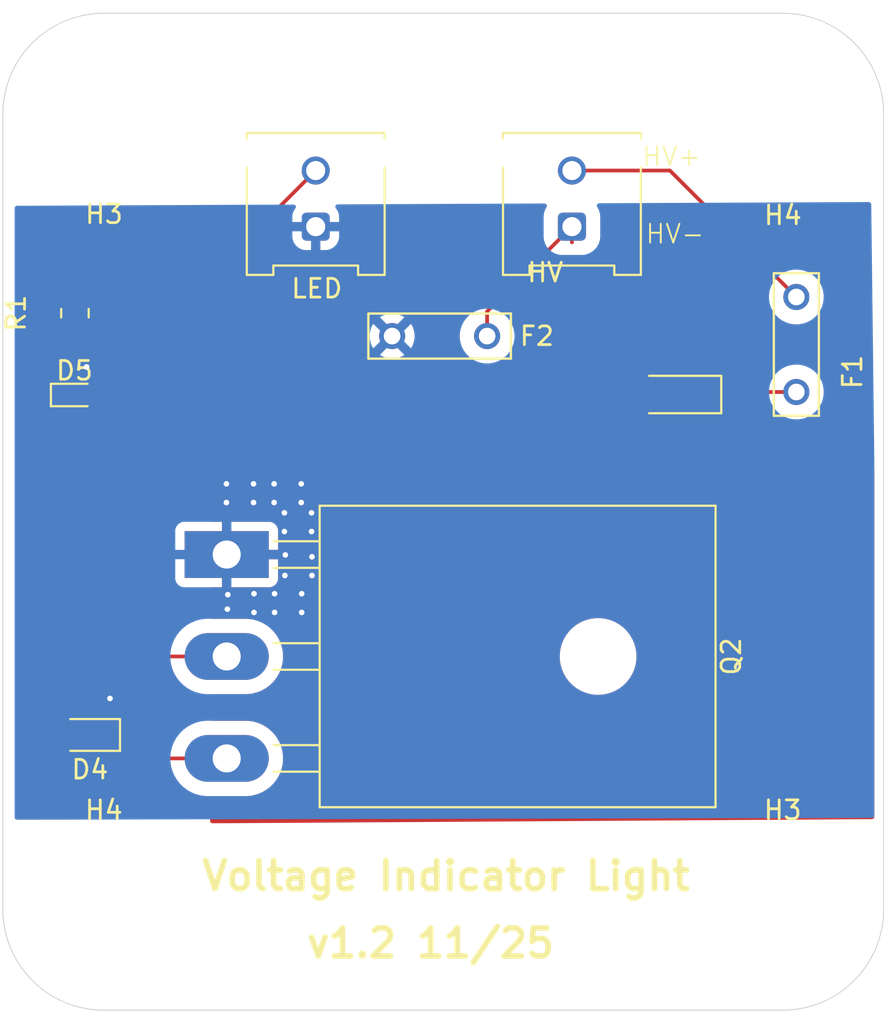
<source format=kicad_pcb>
(kicad_pcb (version 20241229) (generator "pcbnew") (generator_version "9.0")
  (layers (0 "F.Cu" signal) (2 "B.Cu" signal) (13 "F.Paste" user) (15 "B.Paste" user) (5 "F.SilkS" user "F.Silkscreen") (7 "B.SilkS" user "B.Silkscreen") (1 "F.Mask" user) (3 "B.Mask" user) (25 "Edge.Cuts" user))
  (net 0 "")
  (net 1 "/LED+")
  (net 2 "Net-(D3-A)")
  (net 3 "/HV+_fused")
  (net 4 "/HV+")
  (net 5 "/HV-")
  (net 6 "Net-(D4-A2)")
  (net 7 "/HV-_fused")
  (footprint "Diode_SMD:D_SOD-323" (layer "F.Cu") (at 117.925 106.675 180)
    (property "Reference" "D4" (at 0 -1.85 0) (layer "F.SilkS"))
    (property "Value" "PESD12VL1BA")
    (fp_line (start -1.61 0.85) (end 1.05 0.85) (stroke (width 0.12)) (layer "F.SilkS"))
    (fp_line (start -1.61 -0.85) (end 1.05 -0.85) (stroke (width 0.12)) (layer "F.SilkS"))
    (fp_line (start -1.61 -0.85) (end -1.61 0.85) (stroke (width 0.12)) (layer "F.SilkS"))
    (pad "1" smd roundrect (at -1.05 0 180) (size 0.6 0.45) (layers "F.Cu" "F.Mask" "F.Paste") (net 7 "/HV-_fused"))
    (pad "2" smd roundrect (at 1.05 0 180) (size 0.6 0.45) (layers "F.Cu" "F.Mask" "F.Paste") (net 6 "Net-(D4-A2)"))
  )
  (footprint "MountingHole:MountingHole_4.3mm_M4" (layer "F.Cu") (at 118.679999 73.53 180)
    (property "Reference" "H3" (at 0 -5.3 0) (layer "F.SilkS"))
    (property "Value" "MountingHole")
    (pad "" np_thru_hole circle (at 0 0 180) (size 4.3 4.3) (drill 4.3) (layers "*.Cu" "*.Mask"))
  )
  (footprint "Library:FUSE_BK_PCS" (layer "F.Cu") (at 155.7 85.8 -90)
    (property "Reference" "F1" (at 1.47 -3 90) (layer "F.SilkS"))
    (property "Value" "750mA" (hide yes))
    (fp_line (start -3.81 1.205) (end -3.81 -1.205) (stroke (width 0.127)) (layer "F.SilkS"))
    (fp_line (start 3.81 1.205) (end -3.81 1.205) (stroke (width 0.127)) (layer "F.SilkS"))
    (fp_line (start -3.81 -1.205) (end 3.81 -1.205) (stroke (width 0.127)) (layer "F.SilkS"))
    (fp_line (start 3.81 -1.205) (end 3.81 1.205) (stroke (width 0.127)) (layer "F.SilkS"))
    (pad "1" thru_hole circle (at -2.54 0 270) (size 1.397 1.397) (drill 0.889) (layers "*.Cu" "*.Mask") (net 4 "/HV+"))
    (pad "2" thru_hole circle (at 2.54 0 270) (size 1.397 1.397) (drill 0.889) (layers "*.Cu" "*.Mask") (net 3 "/HV+_fused"))
  )
  (footprint "MountingHole:MountingHole_4.3mm_M4" (layer "F.Cu") (at 118.669999 115.990001)
    (property "Reference" "H4" (at 0 -5.3 0) (layer "F.SilkS"))
    (property "Value" "MountingHole")
    (pad "" np_thru_hole circle (at 0 0) (size 4.3 4.3) (drill 4.3) (layers "*.Cu" "*.Mask"))
  )
  (footprint "Resistor_SMD:R_0805_2012Metric_Pad1.20x1.40mm_HandSolder" (layer "F.Cu") (at 117.125 84.125 90)
    (property "Reference" "R1" (at 0 -3.15 90) (layer "F.SilkS"))
    (property "Value" "2200")
    (fp_line (start -0.227064 -0.735) (end 0.227064 -0.735) (stroke (width 0.12)) (layer "F.SilkS"))
    (fp_line (start -0.227064 0.735) (end 0.227064 0.735) (stroke (width 0.12)) (layer "F.SilkS"))
    (pad "1" smd roundrect (at -1 0 90) (size 1.2 1.4) (layers "F.Cu" "F.Mask" "F.Paste") (roundrect_rratio 0.208333) (net 6 "Net-(D4-A2)"))
    (pad "2" smd roundrect (at 1 0 90) (size 1.2 1.4) (layers "F.Cu" "F.Mask" "F.Paste") (roundrect_rratio 0.208333) (net 1 "/LED+"))
  )
  (footprint "MountingHole:MountingHole_4.3mm_M4" (layer "F.Cu") (at 154.980001 73.59 180)
    (property "Reference" "H4" (at 0 -5.3 0) (layer "F.SilkS"))
    (property "Value" "MountingHole")
    (pad "" np_thru_hole circle (at 0 0 180) (size 4.3 4.3) (drill 4.3) (layers "*.Cu" "*.Mask"))
  )
  (footprint "Diode_SMD:D_SOD-523" (layer "F.Cu") (at 117.1 88.5)
    (property "Reference" "D5" (at 0 -1.3 0) (layer "F.SilkS"))
    (property "Value" "1N4148WT")
    (fp_line (start -1.26 -0.6) (end -1.26 0.6) (stroke (width 0.12)) (layer "F.SilkS"))
    (fp_line (start 0.7 -0.6) (end -1.26 -0.6) (stroke (width 0.12)) (layer "F.SilkS"))
    (fp_line (start 0.7 0.6) (end -1.26 0.6) (stroke (width 0.12)) (layer "F.SilkS"))
    (pad "1" smd roundrect (at -0.7 0 180) (size 0.6 0.7) (layers "F.Cu" "F.Mask" "F.Paste") (net 6 "Net-(D4-A2)"))
    (pad "2" smd roundrect (at 0.7 0 180) (size 0.6 0.7) (layers "F.Cu" "F.Mask" "F.Paste") (net 7 "/HV-_fused"))
  )
  (footprint "Package_TO_SOT_THT:TO-247-3_Horizontal_TabDown" (layer "F.Cu") (at 125.24 97.03 -90)
    (property "Reference" "Q2" (at 5.45 -26.98 90) (layer "F.SilkS"))
    (property "Value" "UJ3N065080K3S")
    (fp_line (start -2.61 -4.97) (end 13.51 -4.97) (stroke (width 0.12)) (layer "F.SilkS"))
    (fp_line (start -2.61 -4.97) (end -2.61 -26.14) (stroke (width 0.12)) (layer "F.SilkS"))
    (fp_line (start -0.71 -4.97) (end -0.71 -2.51) (stroke (width 0.12)) (layer "F.SilkS"))
    (fp_line (start 0.71 -4.97) (end 0.71 -2.51) (stroke (width 0.12)) (layer "F.SilkS"))
    (fp_line (start 4.74 -4.97) (end 4.74 -2.51) (stroke (width 0.12)) (layer "F.SilkS"))
    (fp_line (start 6.16 -4.97) (end 6.16 -2.51) (stroke (width 0.12)) (layer "F.SilkS"))
    (fp_line (start 10.19 -4.97) (end 10.19 -2.51) (stroke (width 0.12)) (layer "F.SilkS"))
    (fp_line (start 11.61 -4.97) (end 11.61 -2.51) (stroke (width 0.12)) (layer "F.SilkS"))
    (fp_line (start 13.51 -4.97) (end 13.51 -26.14) (stroke (width 0.12)) (layer "F.SilkS"))
    (fp_line (start -2.61 -26.14) (end 13.51 -26.14) (stroke (width 0.12)) (layer "F.SilkS"))
    (pad "" np_thru_hole circle (at 5.45 -19.86 270) (size 3.6 3.6) (drill 3.6) (layers "*.Cu" "*.Mask"))
    (pad "1" thru_hole rect (at 0 0 270) (size 2.5 4.5) (drill 1.5) (layers "*.Cu" "*.Mask") (net 7 "/HV-_fused"))
    (pad "2" thru_hole oval (at 5.45 0 270) (size 2.5 4.5) (drill 1.5) (layers "*.Cu" "*.Mask") (net 2 "Net-(D3-A)"))
    (pad "3" thru_hole oval (at 10.9 0 270) (size 2.5 4.5) (drill 1.5) (layers "*.Cu" "*.Mask") (net 6 "Net-(D4-A2)"))
  )
  (footprint "Connector_Molex:Molex_Micro-Fit_3.0_43045-0212_2x01_P3.00mm_Vertical" (layer "F.Cu") (at 143.7 79.5 180)
    (property "Reference" "HV" (at 1.425 -2.45 0) (layer "F.SilkS"))
    (property "Value" "043045-0212")
    (fp_line (start 3.685 5.01) (end 3.685 4.71) (stroke (width 0.12)) (layer "F.SilkS"))
    (fp_line (start 3.685 -2.58) (end 3.685 3.17) (stroke (width 0.12)) (layer "F.SilkS"))
    (fp_line (start 2.265 -2.08) (end 2.265 -2.58) (stroke (width 0.12)) (layer "F.SilkS"))
    (fp_line (start 2.265 -2.58) (end 3.685 -2.58) (stroke (width 0.12)) (layer "F.SilkS"))
    (fp_line (start -2.265 -2.08) (end 2.265 -2.08) (stroke (width 0.12)) (layer "F.SilkS"))
    (fp_line (start -2.265 -2.58) (end -2.265 -2.08) (stroke (width 0.12)) (layer "F.SilkS"))
    (fp_line (start -3.685 5.01) (end 3.685 5.01) (stroke (width 0.12)) (layer "F.SilkS"))
    (fp_line (start -3.685 4.71) (end -3.685 5.01) (stroke (width 0.12)) (layer "F.SilkS"))
    (fp_line (start -3.685 3.17) (end -3.685 -2.58) (stroke (width 0.12)) (layer "F.SilkS"))
    (fp_line (start -3.685 -2.58) (end -2.265 -2.58) (stroke (width 0.12)) (layer "F.SilkS"))
    (pad "" np_thru_hole circle (at -3 3.94 180) (size 1.02 1.02) (drill 1.02) (layers "*.Cu" "*.Mask"))
    (pad "" np_thru_hole circle (at 3 3.94 180) (size 1.02 1.02) (drill 1.02) (layers "*.Cu" "*.Mask"))
    (pad "1" thru_hole roundrect (at 0 0 180) (size 1.5 1.5) (drill 1.02) (layers "*.Cu" "*.Mask") (roundrect_rratio 0.166667) (net 5 "/HV-"))
    (pad "2" thru_hole circle (at 0 3 180) (size 1.5 1.5) (drill 1.02) (layers "*.Cu" "*.Mask") (net 4 "/HV+"))
  )
  (footprint "Library:FUSE_BK_PCS" (layer "F.Cu") (at 136.625 85.35)
    (property "Reference" "F2" (at 5.2 0 0) (layer "F.SilkS"))
    (property "Value" "750mA" (hide yes))
    (fp_line (start -3.81 -1.205) (end 3.81 -1.205) (stroke (width 0.127)) (layer "F.SilkS"))
    (fp_line (start -3.81 1.205) (end -3.81 -1.205) (stroke (width 0.127)) (layer "F.SilkS"))
    (fp_line (start 3.81 -1.205) (end 3.81 1.205) (stroke (width 0.127)) (layer "F.SilkS"))
    (fp_line (start 3.81 1.205) (end -3.81 1.205) (stroke (width 0.127)) (layer "F.SilkS"))
    (pad "1" thru_hole circle (at -2.54 0) (size 1.397 1.397) (drill 0.889) (layers "*.Cu" "*.Mask") (net 7 "/HV-_fused"))
    (pad "2" thru_hole circle (at 2.54 0) (size 1.397 1.397) (drill 0.889) (layers "*.Cu" "*.Mask") (net 5 "/HV-"))
  )
  (footprint "Connector_Molex:Molex_Micro-Fit_3.0_43045-0212_2x01_P3.00mm_Vertical" (layer "F.Cu") (at 130 79.5 180)
    (property "Reference" "LED" (at -0.06 -3.31 0) (layer "F.SilkS"))
    (property "Value" "043045-0212")
    (fp_line (start 3.685 5.01) (end 3.685 4.71) (stroke (width 0.12)) (layer "F.SilkS"))
    (fp_line (start 3.685 -2.58) (end 3.685 3.17) (stroke (width 0.12)) (layer "F.SilkS"))
    (fp_line (start 2.265 -2.08) (end 2.265 -2.58) (stroke (width 0.12)) (layer "F.SilkS"))
    (fp_line (start 2.265 -2.58) (end 3.685 -2.58) (stroke (width 0.12)) (layer "F.SilkS"))
    (fp_line (start -2.265 -2.08) (end 2.265 -2.08) (stroke (width 0.12)) (layer "F.SilkS"))
    (fp_line (start -2.265 -2.58) (end -2.265 -2.08) (stroke (width 0.12)) (layer "F.SilkS"))
    (fp_line (start -3.685 5.01) (end 3.685 5.01) (stroke (width 0.12)) (layer "F.SilkS"))
    (fp_line (start -3.685 4.71) (end -3.685 5.01) (stroke (width 0.12)) (layer "F.SilkS"))
    (fp_line (start -3.685 3.17) (end -3.685 -2.58) (stroke (width 0.12)) (layer "F.SilkS"))
    (fp_line (start -3.685 -2.58) (end -2.265 -2.58) (stroke (width 0.12)) (layer "F.SilkS"))
    (pad "" np_thru_hole circle (at -3 3.94 180) (size 1.02 1.02) (drill 1.02) (layers "*.Cu" "*.Mask"))
    (pad "" np_thru_hole circle (at 3 3.94 180) (size 1.02 1.02) (drill 1.02) (layers "*.Cu" "*.Mask"))
    (pad "1" thru_hole roundrect (at 0 0 180) (size 1.5 1.5) (drill 1.02) (layers "*.Cu" "*.Mask") (roundrect_rratio 0.166667) (net 7 "/HV-_fused"))
    (pad "2" thru_hole circle (at 0 3 180) (size 1.5 1.5) (drill 1.02) (layers "*.Cu" "*.Mask") (net 1 "/LED+"))
  )
  (footprint "MountingHole:MountingHole_4.3mm_M4" (layer "F.Cu") (at 154.970001 115.990001)
    (property "Reference" "H3" (at 0 -5.3 0) (layer "F.SilkS"))
    (property "Value" "MountingHole")
    (pad "" np_thru_hole circle (at 0 0) (size 4.3 4.3) (drill 4.3) (layers "*.Cu" "*.Mask"))
  )
  (footprint "Diode_SMD:D_SOD-123F" (layer "F.Cu") (at 149.475 88.475 180)
    (property "Reference" "D3" (hide yes))
    (property "Value" "BZT52C51")
    (fp_line (start -2.21 1) (end 1.65 1) (stroke (width 0.12)) (layer "F.SilkS"))
    (fp_line (start -2.21 -1) (end 1.65 -1) (stroke (width 0.12)) (layer "F.SilkS"))
    (fp_line (start -2.21 -1) (end -2.21 1) (stroke (width 0.12)) (layer "F.SilkS"))
    (pad "1" smd roundrect (at -1.4 0 180) (size 1.1 1.1) (layers "F.Cu" "F.Mask" "F.Paste") (roundrect_rratio 0.2272727273) (net 3 "/HV+_fused"))
    (pad "2" smd roundrect (at 1.4 0 180) (size 1.1 1.1) (layers "F.Cu" "F.Mask" "F.Paste") (roundrect_rratio 0.2272727273) (net 2 "Net-(D3-A)"))
  )
  (gr_arc (start 113.27 73.49) (mid 114.851623 69.671623) (end 118.67 68.09) (stroke (width 0.05)) (layer "Edge.Cuts"))
  (gr_arc (start 160.37 115.99) (mid 158.788377 119.808377) (end 154.97 121.39) (stroke (width 0.05)) (layer "Edge.Cuts"))
  (gr_arc (start 154.97 68.09) (mid 158.788377 69.671623) (end 160.37 73.49) (stroke (width 0.05)) (layer "Edge.Cuts"))
  (gr_line (start 154.97 121.39) (end 118.67 121.39) (stroke (width 0.05)) (layer "Edge.Cuts"))
  (gr_line (start 160.37 73.49) (end 160.37 115.99) (stroke (width 0.05)) (layer "Edge.Cuts"))
  (gr_line (start 118.67 68.09) (end 154.97 68.09) (stroke (width 0.05)) (layer "Edge.Cuts"))
  (gr_arc (start 118.67 121.39) (mid 114.851623 119.808377) (end 113.27 115.99) (stroke (width 0.05)) (layer "Edge.Cuts"))
  (gr_line (start 113.27 115.99) (end 113.27 73.49) (stroke (width 0.05)) (layer "Edge.Cuts"))
  (gr_text "v1.2 11/25\n" (at 129.37 118.69 0) (layer "F.SilkS") (effects (font (size 1.5 1.5) (thickness 0.3) (bold yes)) (justify left bottom)))
  (gr_text "HV-\n" (at 147.575 80.475 0) (layer "F.SilkS") (effects (font (size 1 1) (thickness 0.1)) (justify left bottom)))
  (gr_text "HV+" (at 147.385 76.33 0) (layer "F.SilkS") (effects (font (size 1 1) (thickness 0.1)) (justify left bottom)))
  (gr_text "Voltage Indicator Light" (at 123.77 115.09 0) (layer "F.SilkS") (effects (font (size 1.5 1.5) (thickness 0.3) (bold yes)) (justify left bottom)))
  (segment (start 130 76.5) (end 123.375 83.125) (width 0.2) (layer "F.Cu") (net 1))
  (segment (start 123.375 83.125) (end 117.125 83.125) (width 0.2) (layer "F.Cu") (net 1))
  (segment (start 125.24 102.48) (end 127.17 102.48) (width 0.2) (layer "F.Cu") (net 2))
  (segment (start 119.675 90.15) (end 119.675 102.35) (width 0.2) (layer "F.Cu") (net 2))
  (segment (start 148.075 88.475) (end 121.35 88.475) (width 0.2) (layer "F.Cu") (net 2))
  (segment (start 119.805 102.48) (end 125.24 102.48) (width 0.2) (layer "F.Cu") (net 2))
  (segment (start 121.35 88.475) (end 119.675 90.15) (width 0.2) (layer "F.Cu") (net 2))
  (segment (start 119.675 102.35) (end 119.805 102.48) (width 0.2) (layer "F.Cu") (net 2))
  (segment (start 155.7 88.34) (end 151.01 88.34) (width 0.2) (layer "F.Cu") (net 3))
  (segment (start 151.01 88.34) (end 150.875 88.475) (width 0.2) (layer "F.Cu") (net 3))
  (segment (start 143.7 76.5) (end 148.94 76.5) (width 0.2) (layer "F.Cu") (net 4))
  (segment (start 148.94 76.5) (end 155.7 83.26) (width 0.2) (layer "F.Cu") (net 4))
  (segment (start 143.7 79.5) (end 143.7 80.34) (width 0.2) (layer "F.Cu") (net 5))
  (segment (start 139.165 85.35) (end 139.165 84.035) (width 0.2) (layer "F.Cu") (net 5))
  (segment (start 139.165 84.035) (end 143.7 79.5) (width 0.2) (layer "F.Cu") (net 5))
  (segment (start 116.4 88.5) (end 116.4 106.2) (width 0.2) (layer "F.Cu") (net 6))
  (segment (start 116.4 88.5) (end 116.4 85.85) (width 0.2) (layer "F.Cu") (net 6))
  (segment (start 125.135 107.825) (end 125.24 107.93) (width 0.2) (layer "F.Cu") (net 6))
  (segment (start 116.4 106.2) (end 116.875 106.675) (width 0.2) (layer "F.Cu") (net 6))
  (segment (start 116.875 106.675) (end 118.13 107.93) (width 0.2) (layer "F.Cu") (net 6))
  (segment (start 118.13 107.93) (end 125.24 107.93) (width 0.2) (layer "F.Cu") (net 6))
  (segment (start 116.975 106.575) (end 116.875 106.675) (width 0.2) (layer "F.Cu") (net 6))
  (segment (start 116.4 85.85) (end 117.125 85.125) (width 0.2) (layer "F.Cu") (net 6))
  (segment (start 130 79.5) (end 130 80.14) (width 0.2) (layer "F.Cu") (net 7))
  (segment (start 118.975 104.75) (end 119 104.725) (width 0.2) (layer "F.Cu") (net 7))
  (segment (start 118.975 106.675) (end 118.975 104.75) (width 0.2) (layer "F.Cu") (net 7))
  (segment (start 117.8 87.05) (end 117.75 87) (width 0.2) (layer "F.Cu") (net 7))
  (segment (start 117.8 88.5) (end 117.8 87.05) (width 0.2) (layer "F.Cu") (net 7))
  (via (at 128.325 95.8) (size 0.6) (drill 0.3) (layers "F.Cu" "B.Cu") (net 7))
  (via (at 125.225 93.25) (size 0.6) (drill 0.3) (layers "F.Cu" "B.Cu") (net 7))
  (via (at 127.775 93.25) (size 0.6) (drill 0.3) (layers "F.Cu" "B.Cu") (net 7))
  (via (at 125.275 99.95) (size 0.6) (drill 0.3) (layers "F.Cu" "B.Cu") (net 7))
  (via (at 126.675 94.25) (size 0.6) (drill 0.3) (layers "F.Cu" "B.Cu") (net 7))
  (via (at 128.325 94.8) (size 0.6) (drill 0.3) (layers "F.Cu" "B.Cu") (net 7))
  (via (at 128.35 98.15) (size 0.6) (drill 0.3) (layers "F.Cu" "B.Cu") (net 7))
  (via (at 129.225 94.25) (size 0.6) (drill 0.3) (layers "F.Cu" "B.Cu") (net 7))
  (via (at 127.775 94.25) (size 0.6) (drill 0.3) (layers "F.Cu" "B.Cu") (net 7))
  (via (at 117.75 87) (size 0.6) (drill 0.3) (layers "F.Cu" "B.Cu") (net 7))
  (via (at 126.7 99.125) (size 0.6) (drill 0.3) (layers "F.Cu" "B.Cu") (net 7))
  (via (at 129.25 99.125) (size 0.6) (drill 0.3) (layers "F.Cu" "B.Cu") (net 7))
  (via (at 129.775 95.8) (size 0.6) (drill 0.3) (layers "F.Cu" "B.Cu") (net 7))
  (via (at 129.25 100.125) (size 0.6) (drill 0.3) (layers "F.Cu" "B.Cu") (net 7))
  (via (at 126.7 100.125) (size 0.6) (drill 0.3) (layers "F.Cu" "B.Cu") (net 7))
  (via (at 125.225 94.25) (size 0.6) (drill 0.3) (layers "F.Cu" "B.Cu") (net 7))
  (via (at 126.675 93.25) (size 0.6) (drill 0.3) (layers "F.Cu" "B.Cu") (net 7))
  (via (at 129.8 98.15) (size 0.6) (drill 0.3) (layers "F.Cu" "B.Cu") (net 7))
  (via (at 128.375 97.05) (size 0.6) (drill 0.3) (layers "F.Cu" "B.Cu") (net 7))
  (via (at 127.8 99.125) (size 0.6) (drill 0.3) (layers "F.Cu" "B.Cu") (net 7))
  (via (at 125.3 99.175) (size 0.6) (drill 0.3) (layers "F.Cu" "B.Cu") (net 7))
  (via (at 129.225 93.25) (size 0.6) (drill 0.3) (layers "F.Cu" "B.Cu") (net 7))
  (via (at 129.8 97.15) (size 0.6) (drill 0.3) (layers "F.Cu" "B.Cu") (net 7))
  (via (at 127.8 100.125) (size 0.6) (drill 0.3) (layers "F.Cu" "B.Cu") (net 7))
  (via (at 119 104.725) (size 0.6) (drill 0.3) (layers "F.Cu" "B.Cu") (net 7))
  (via (at 129.775 94.8) (size 0.6) (drill 0.3) (layers "F.Cu" "B.Cu") (net 7))
  (segment (start 125.24 96.96) (end 125.24 97.03) (width 0.2) (layer "B.Cu") (net 7))
  (segment (start 130 79.5) (end 130 80.14) (width 0.2) (layer "B.Cu") (net 7))
  (segment (start 134.16 84.8) (end 134.16 85.09) (width 0.2) (layer "B.Cu") (net 7))
  (zone (net 7) (net_name "/HV-_fused") (layer "F.Cu") (priority 1) (connect_pads (clearance 0.762)) (min_thickness 0.25) (fill yes (thermal_gap 0.5) (thermal_bridge_width 0.5))
    (polygon (pts (xy 124.275 92.425) (xy 124.35 111.4) (xy 160.1 111.175) (xy 159.875 92.225) (xy 124.3 92.425)))
  )
  (zone (net 7) (net_name "/HV-_fused") (layer "B.Cu") (connect_pads (clearance 0.762)) (min_thickness 0.25) (fill yes (thermal_gap 0.5) (thermal_bridge_width 0.5))
    (polygon (pts (xy 160.098893 111.107811) (xy 113.9 111.208026) (xy 113.9 78.384292) (xy 159.70341 78.18384)))
  )
)
</source>
